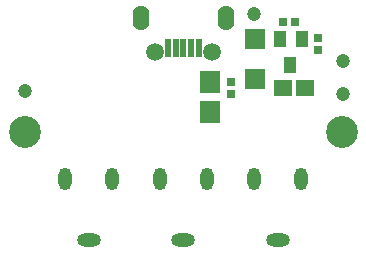
<source format=gts>
%FSLAX25Y25*%
%MOIN*%
G70*
G01*
G75*
G04 Layer_Color=8388736*
%ADD10R,0.06299X0.05984*%
%ADD11C,0.03937*%
%ADD12R,0.06299X0.06693*%
%ADD13R,0.01969X0.02362*%
%ADD14R,0.03600X0.05000*%
%ADD15R,0.05118X0.04921*%
%ADD16R,0.02362X0.01969*%
%ADD17R,0.01575X0.05315*%
%ADD18C,0.01500*%
%ADD19C,0.05000*%
%ADD20C,0.01575*%
%ADD21C,0.01969*%
%ADD22C,0.03000*%
%ADD23C,0.03937*%
%ADD24C,0.05906*%
%ADD25R,0.03500X0.04000*%
%ADD26O,0.07087X0.03543*%
%ADD27O,0.03543X0.06693*%
%ADD28C,0.09843*%
%ADD29C,0.05118*%
%ADD30O,0.04724X0.07480*%
%ADD31C,0.03000*%
%ADD32C,0.02200*%
%ADD33C,0.00394*%
%ADD34C,0.00100*%
%ADD35C,0.00500*%
%ADD36C,0.01000*%
%ADD37C,0.00600*%
%ADD38C,0.01200*%
%ADD39C,0.00787*%
%ADD40R,0.07099X0.06784*%
%ADD41C,0.04737*%
%ADD42R,0.07099X0.07493*%
%ADD43R,0.02769X0.03162*%
%ADD44R,0.04400X0.05800*%
%ADD45R,0.05918X0.05721*%
%ADD46R,0.03162X0.02769*%
%ADD47R,0.02375X0.06115*%
%ADD48O,0.07887X0.04343*%
%ADD49O,0.04343X0.07493*%
%ADD50C,0.10642*%
%ADD51C,0.05918*%
%ADD52O,0.05524X0.08280*%
D40*
X79063Y-26169D02*
D03*
X79063Y-12705D02*
D03*
D41*
X78563Y-4437D02*
D03*
X2500Y-30047D02*
D03*
X108500Y-31047D02*
D03*
Y-20047D02*
D03*
D42*
X64000Y-27102D02*
D03*
Y-36992D02*
D03*
D43*
X71000Y-27079D02*
D03*
Y-31016D02*
D03*
X100000Y-12579D02*
D03*
Y-16516D02*
D03*
D44*
X90750Y-21447D02*
D03*
X94750Y-12647D02*
D03*
X87250D02*
D03*
D45*
X95740Y-29047D02*
D03*
X88260D02*
D03*
D46*
X88532Y-7047D02*
D03*
X92469D02*
D03*
D47*
X60236Y-15846D02*
D03*
X57677Y-15846D02*
D03*
X55118Y-15846D02*
D03*
X50000Y-15846D02*
D03*
X52559D02*
D03*
D48*
X86614Y-79921D02*
D03*
X55118D02*
D03*
X23622D02*
D03*
D49*
X94488Y-59291D02*
D03*
X78740D02*
D03*
X47244D02*
D03*
X62992D02*
D03*
X31496D02*
D03*
X15748D02*
D03*
D50*
X2285Y-43899D02*
D03*
X107955D02*
D03*
D51*
X45571Y-17126D02*
D03*
X64665D02*
D03*
D52*
X40945Y-5709D02*
D03*
X69291D02*
D03*
M02*

</source>
